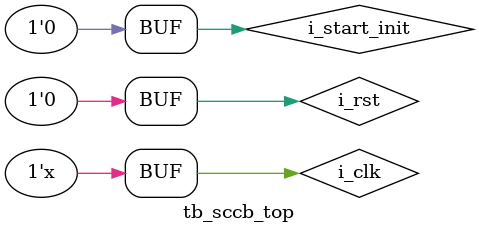
<source format=v>
`timescale 1ns / 1ps
module tb_sccb_top ();

  // System Ports
  reg i_clk, i_rst, i_start_init;
  
  // SCCB Ports
  wire i_siod_in;
  wire o_sioc;
  wire o_siod_out;
  wire o_siod_oe;
  wire o_done_led;
  wire o_err_led;
  
  // TB/ILA Ports
  //sccb_top
  wire [7:0]  cs_tx_data_q;
  wire        cs_start;
  wire        cs_stop;
  wire [9:0]  cs_reg_idx_q;
  wire [2:0]  cs_byte_cnt_q_mst;
  wire [1:0]  cs_err_cnt_q;
  wire        cs_update_tx_byte;
  wire        cs_update_rx_byte;
  wire        cs_init_done;
  wire        cs_inc_addr;
  wire [2:0]  cs_pstate_q_top;
  wire [7:0]  cs_rx_data;
  wire        cs_tx_ready;
  wire        cs_rx_ready;
  wire [15:0] cs_reg_addr;
  wire [7:0]  cs_reg_data;
  wire        cs_verify_reg;
  wire        cs_ack;
  
  //sccb_core
  wire        cs_sioc_q_mst;
  wire        cs_siod_q;
  wire [8:0]  cs_tx_byte_q;
  wire [7:0]  cs_rx_byte_q;
  wire [3:0]  cs_bit_in_byte_q;
  wire [3:0]  cs_pstate_q_core;
  wire        cs_update_index;
  wire        cs_update_verify;
  wire        cs_verify_reg_q;
  wire        cs_sioc_lo_mst;
  wire        cs_sioc_hi_mst;
  wire [15:0] cs_clk_cnt_q;
  
  //sccb_slave
  wire       cs_siod_in_q;
  wire       cs_sioc_q_slv;
  wire [3:0] cs_sioc_hi_cnt_q;
  wire [3:0] cs_sioc_lo_cnt_q;
  wire [7:0] cs_id_addr_q;
  wire [3:0] cs_id_addr_bit_q;
  wire [3:0] cs_bit_cnt_q;
  wire [1:0] cs_byte_cnt_q_slv;
  wire [7:0] cs_wr_data_q;
  wire [3:0] cs_wr_data_cnt_q;
  wire [2:0] cs_pstate_q;
  wire [2:0] cs_nstate;
  wire       cs_siod_fedge;
  wire       cs_siod_redge;
  wire       cs_sioc_redge;
  wire       cs_sioc_lo_slv;
  wire       cs_sioc_hi_slv;
  
  //Reset gen
  initial i_rst = 1;
  always #55 i_rst = 0;
  
  //Clock gen
  initial i_clk = 0;
  always #5 i_clk = !i_clk;
  
  sccb_top DUT_sccb_top (
    .i_clk             (i_clk            ),
    .i_rst             (i_rst            ),
    .i_start_init      (i_start_init     ),
    .o_sioc            (o_sioc           ),
    .i_siod_in         (i_siod_in        ),
    .o_siod_out        (o_siod_out       ),
    .o_siod_oe         (o_siod_oe        ),
    .o_done_led        (o_done_led       ),
    .o_err_led         (o_err_led        ),
    .cs_tx_data_q      (cs_tx_data_q     ),
    .cs_start          (cs_start         ),
    .cs_stop           (cs_stop          ),
    .cs_reg_idx_q      (cs_reg_idx_q     ),
    .cs_byte_cnt_q     (cs_byte_cnt_q_mst),
    .cs_err_cnt_q      (cs_err_cnt_q     ),
    .cs_update_tx_byte (cs_update_tx_byte),
    .cs_update_rx_byte (cs_update_rx_byte),
    .cs_init_done      (cs_init_done     ),
    .cs_inc_addr       (cs_inc_addr      ),
    .cs_pstate_q_top   (cs_pstate_q_top  ),
    .cs_rx_data        (cs_rx_data       ),
    .cs_tx_ready       (cs_tx_ready      ),
    .cs_rx_ready       (cs_rx_ready      ),
    .cs_reg_addr       (cs_reg_addr      ),
    .cs_reg_data       (cs_reg_data      ),
    .cs_verify_reg     (cs_verify_reg    ),
    .cs_ack            (cs_ack           ),
    .cs_sioc_q         (cs_sioc_q_mst    ),
    .cs_siod_q         (cs_siod_q        ),
    .cs_tx_byte_q      (cs_tx_byte_q     ),
    .cs_rx_byte_q      (cs_rx_byte_q     ),
    .cs_bit_in_byte_q  (cs_bit_in_byte_q ),
    .cs_pstate_q_core  (cs_pstate_q_core ),
    .cs_update_index   (cs_update_index  ),
    .cs_update_verify  (cs_update_verify ),
    .cs_verify_reg_q   (cs_verify_reg_q  ),
    .cs_sioc_lo        (cs_sioc_lo_mst   ),
    .cs_sioc_hi        (cs_sioc_hi_mst   ),
    .cs_clk_cnt_q      (cs_clk_cnt_q     )
  );
  
  sccb_slave #(.SIOC_FREQ(1000000)) DUT_sccb_slave (
    .i_clk           (i_clk            ),
    .i_rst           (i_rst            ),
    .i_sioc          (o_sioc           ),
    .i_siod_in       (o_siod_out       ),
    .o_siod_out      (i_siod_in        ),
    .cs_siod_in_q    (cs_siod_in_q     ),
    .cs_sioc_q       (cs_sioc_q_slv    ),
    .cs_sioc_hi_cnt_q(cs_sioc_hi_cnt_q ),
    .cs_sioc_lo_cnt_q(cs_sioc_lo_cnt_q ),
    .cs_id_addr_q    (cs_id_addr_q     ),
    .cs_id_addr_bit_q(cs_id_addr_bit_q ),
    .cs_bit_cnt_q    (cs_bit_cnt_q     ),
    .cs_byte_cnt_q   (cs_byte_cnt_q_slv),
    .cs_wr_data_q    (cs_wr_data_q     ),
    .cs_wr_data_cnt_q(cs_wr_data_cnt_q ),
    .cs_pstate_q     (cs_pstate_q      ),
    .cs_nstate       (cs_nstate        ),
    .cs_siod_fedge   (cs_siod_fedge    ),
    .cs_siod_redge   (cs_siod_redge    ),
    .cs_sioc_redge   (cs_sioc_redge    ),
    .cs_sioc_lo      (cs_sioc_lo_slv   ),
    .cs_sioc_hi      (cs_sioc_hi_slv   )
  );

  //Stimuli generation
  initial begin
    i_start_init = 1'b0;
    #65 i_start_init = 1'b1;
    #10 i_start_init = 1'b0;
  end
  
endmodule
  
  
  
  
  
  
  
  
  
  
  
    
</source>
